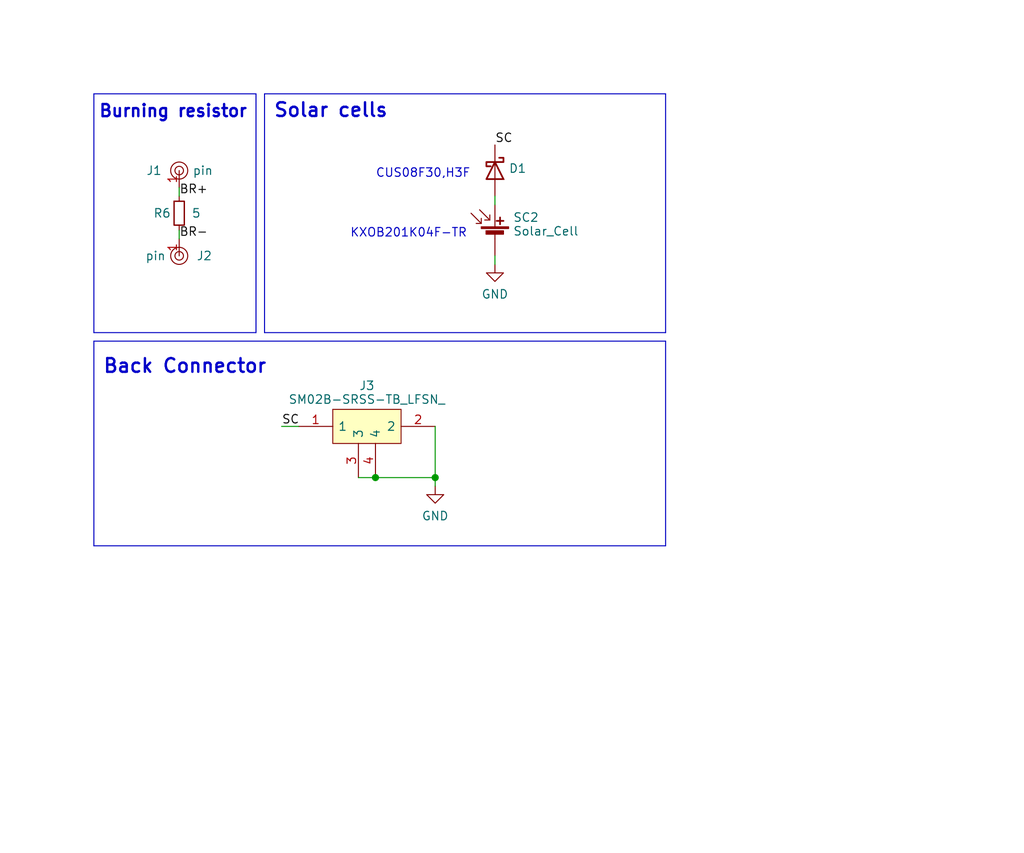
<source format=kicad_sch>
(kicad_sch (version 20230121) (generator eeschema)

  (uuid e63e39d7-6ac0-4ffd-8aa3-1841a4541b55)

  (paper "User" 152.4 127)

  (title_block
    (title "HexSense Svalbard SIDE module")
    (date "2023-05-30")
    (rev "v1")
    (company "MIT Media Lab")
    (comment 1 "Fangzheng Liu")
  )

  (lib_symbols
    (symbol "Device:D_Schottky" (pin_numbers hide) (pin_names (offset 1.016) hide) (in_bom yes) (on_board yes)
      (property "Reference" "D" (at 0 2.54 0)
        (effects (font (size 1.27 1.27)))
      )
      (property "Value" "D_Schottky" (at 0 -2.54 0)
        (effects (font (size 1.27 1.27)))
      )
      (property "Footprint" "" (at 0 0 0)
        (effects (font (size 1.27 1.27)) hide)
      )
      (property "Datasheet" "~" (at 0 0 0)
        (effects (font (size 1.27 1.27)) hide)
      )
      (property "ki_keywords" "diode Schottky" (at 0 0 0)
        (effects (font (size 1.27 1.27)) hide)
      )
      (property "ki_description" "Schottky diode" (at 0 0 0)
        (effects (font (size 1.27 1.27)) hide)
      )
      (property "ki_fp_filters" "TO-???* *_Diode_* *SingleDiode* D_*" (at 0 0 0)
        (effects (font (size 1.27 1.27)) hide)
      )
      (symbol "D_Schottky_0_1"
        (polyline
          (pts
            (xy 1.27 0)
            (xy -1.27 0)
          )
          (stroke (width 0) (type default))
          (fill (type none))
        )
        (polyline
          (pts
            (xy 1.27 1.27)
            (xy 1.27 -1.27)
            (xy -1.27 0)
            (xy 1.27 1.27)
          )
          (stroke (width 0.254) (type default))
          (fill (type none))
        )
        (polyline
          (pts
            (xy -1.905 0.635)
            (xy -1.905 1.27)
            (xy -1.27 1.27)
            (xy -1.27 -1.27)
            (xy -0.635 -1.27)
            (xy -0.635 -0.635)
          )
          (stroke (width 0.254) (type default))
          (fill (type none))
        )
      )
      (symbol "D_Schottky_1_1"
        (pin passive line (at -3.81 0 0) (length 2.54)
          (name "K" (effects (font (size 1.27 1.27))))
          (number "1" (effects (font (size 1.27 1.27))))
        )
        (pin passive line (at 3.81 0 180) (length 2.54)
          (name "A" (effects (font (size 1.27 1.27))))
          (number "2" (effects (font (size 1.27 1.27))))
        )
      )
    )
    (symbol "Device:R_Small" (pin_numbers hide) (pin_names (offset 0.254) hide) (in_bom yes) (on_board yes)
      (property "Reference" "R" (at 0.762 0.508 0)
        (effects (font (size 1.27 1.27)) (justify left))
      )
      (property "Value" "R_Small" (at 0.762 -1.016 0)
        (effects (font (size 1.27 1.27)) (justify left))
      )
      (property "Footprint" "" (at 0 0 0)
        (effects (font (size 1.27 1.27)) hide)
      )
      (property "Datasheet" "~" (at 0 0 0)
        (effects (font (size 1.27 1.27)) hide)
      )
      (property "ki_keywords" "R resistor" (at 0 0 0)
        (effects (font (size 1.27 1.27)) hide)
      )
      (property "ki_description" "Resistor, small symbol" (at 0 0 0)
        (effects (font (size 1.27 1.27)) hide)
      )
      (property "ki_fp_filters" "R_*" (at 0 0 0)
        (effects (font (size 1.27 1.27)) hide)
      )
      (symbol "R_Small_0_1"
        (rectangle (start -0.762 1.778) (end 0.762 -1.778)
          (stroke (width 0.2032) (type default))
          (fill (type none))
        )
      )
      (symbol "R_Small_1_1"
        (pin passive line (at 0 2.54 270) (length 0.762)
          (name "~" (effects (font (size 1.27 1.27))))
          (number "1" (effects (font (size 1.27 1.27))))
        )
        (pin passive line (at 0 -2.54 90) (length 0.762)
          (name "~" (effects (font (size 1.27 1.27))))
          (number "2" (effects (font (size 1.27 1.27))))
        )
      )
    )
    (symbol "Device:Solar_Cell" (pin_numbers hide) (pin_names (offset 0) hide) (in_bom yes) (on_board yes)
      (property "Reference" "SC" (at 2.54 2.54 0)
        (effects (font (size 1.27 1.27)) (justify left))
      )
      (property "Value" "Solar_Cell" (at 2.54 0 0)
        (effects (font (size 1.27 1.27)) (justify left))
      )
      (property "Footprint" "" (at 0 1.524 90)
        (effects (font (size 1.27 1.27)) hide)
      )
      (property "Datasheet" "~" (at 0 1.524 90)
        (effects (font (size 1.27 1.27)) hide)
      )
      (property "ki_keywords" "solar cell" (at 0 0 0)
        (effects (font (size 1.27 1.27)) hide)
      )
      (property "ki_description" "Single solar cell" (at 0 0 0)
        (effects (font (size 1.27 1.27)) hide)
      )
      (symbol "Solar_Cell_0_1"
        (rectangle (start -2.032 1.778) (end 2.032 1.524)
          (stroke (width 0) (type default))
          (fill (type outline))
        )
        (rectangle (start -1.3208 1.1938) (end 1.27 0.6858)
          (stroke (width 0) (type default))
          (fill (type outline))
        )
        (polyline
          (pts
            (xy -2.032 2.286)
            (xy -3.556 3.81)
          )
          (stroke (width 0) (type default))
          (fill (type none))
        )
        (polyline
          (pts
            (xy -0.762 2.794)
            (xy -2.286 4.318)
          )
          (stroke (width 0) (type default))
          (fill (type none))
        )
        (polyline
          (pts
            (xy 0 0.762)
            (xy 0 0)
          )
          (stroke (width 0) (type default))
          (fill (type none))
        )
        (polyline
          (pts
            (xy 0 1.778)
            (xy 0 2.54)
          )
          (stroke (width 0) (type default))
          (fill (type none))
        )
        (polyline
          (pts
            (xy 0.254 2.667)
            (xy 1.27 2.667)
          )
          (stroke (width 0.254) (type default))
          (fill (type none))
        )
        (polyline
          (pts
            (xy 0.762 3.175)
            (xy 0.762 2.159)
          )
          (stroke (width 0.254) (type default))
          (fill (type none))
        )
        (polyline
          (pts
            (xy -2.032 3.048)
            (xy -2.032 2.286)
            (xy -2.794 2.286)
          )
          (stroke (width 0) (type default))
          (fill (type none))
        )
        (polyline
          (pts
            (xy -0.762 3.556)
            (xy -0.762 2.794)
            (xy -1.524 2.794)
          )
          (stroke (width 0) (type default))
          (fill (type none))
        )
      )
      (symbol "Solar_Cell_1_1"
        (pin passive line (at 0 5.08 270) (length 2.54)
          (name "+" (effects (font (size 1.27 1.27))))
          (number "1" (effects (font (size 1.27 1.27))))
        )
        (pin passive line (at 0 -2.54 90) (length 2.54)
          (name "-" (effects (font (size 1.27 1.27))))
          (number "2" (effects (font (size 1.27 1.27))))
        )
      )
    )
    (symbol "Mylib:pin" (pin_names (offset 1.016)) (in_bom yes) (on_board yes)
      (property "Reference" "J" (at 0 0 0)
        (effects (font (size 1.27 1.27)))
      )
      (property "Value" "pin" (at 0 0 0)
        (effects (font (size 1.27 1.27)))
      )
      (property "Footprint" "" (at 0 0 0)
        (effects (font (size 1.27 1.27)) hide)
      )
      (property "Datasheet" "" (at 0 0 0)
        (effects (font (size 1.27 1.27)) hide)
      )
      (symbol "pin_0_1"
        (circle (center 2.54 -1.27) (radius 0.635)
          (stroke (width 0) (type default))
          (fill (type none))
        )
        (circle (center 2.54 -1.27) (radius 1.27)
          (stroke (width 0) (type default))
          (fill (type none))
        )
      )
      (symbol "pin_1_1"
        (pin bidirectional line (at 0 -1.27 0) (length 2.54)
          (name "~" (effects (font (size 1.27 1.27))))
          (number "1" (effects (font (size 1.27 1.27))))
        )
      )
    )
    (symbol "SamacSys_Parts:SM02B-SRSS-TB_LFSN_" (pin_names (offset 0.762)) (in_bom yes) (on_board yes)
      (property "Reference" "J3" (at 10.16 6.0692 0)
        (effects (font (size 1.27 1.27)))
      )
      (property "Value" "SM02B-SRSS-TB_LFSN_" (at 10.16 4.0212 0)
        (effects (font (size 1.27 1.27)))
      )
      (property "Footprint" "SamacSys_Parts:SM02B-SRSS-TB" (at 16.51 2.54 0)
        (effects (font (size 1.27 1.27)) (justify left) hide)
      )
      (property "Datasheet" "" (at 16.51 0 0)
        (effects (font (size 1.27 1.27)) (justify left) hide)
      )
      (property "Height" "" (at 16.51 -5.08 0)
        (effects (font (size 1.27 1.27)) (justify left) hide)
      )
      (property "Description" "2 way side entry SMT header,1mm pitch JST SH Series, 1mm Pitch 2 Way 1 Row Shrouded Right Angle PCB Header, Surface Mount, Solder Termination" (at 16.51 -2.54 0)
        (effects (font (size 1.27 1.27)) (justify left) hide)
      )
      (property "Manufacturer_Name" "JST (JAPAN SOLDERLESS TERMINALS)" (at 16.51 -7.62 0)
        (effects (font (size 1.27 1.27)) (justify left) hide)
      )
      (property "Manufacturer_Part_Number" "SM02B-SRSS-TB(LFSN)" (at 16.51 -10.16 0)
        (effects (font (size 1.27 1.27)) (justify left) hide)
      )
      (property "Mouser Part Number" "" (at 16.51 -12.7 0)
        (effects (font (size 1.27 1.27)) (justify left) hide)
      )
      (property "Mouser Price/Stock" "" (at 16.51 -15.24 0)
        (effects (font (size 1.27 1.27)) (justify left) hide)
      )
      (property "Arrow Part Number" "" (at 16.51 -17.78 0)
        (effects (font (size 1.27 1.27)) (justify left) hide)
      )
      (property "Arrow Price/Stock" "" (at 16.51 -20.32 0)
        (effects (font (size 1.27 1.27)) (justify left) hide)
      )
      (property "ki_description" "2 way side entry SMT header,1mm pitch JST SH Series, 1mm Pitch 2 Way 1 Row Shrouded Right Angle PCB Header, Surface Mount, Solder Termination" (at 0 0 0)
        (effects (font (size 1.27 1.27)) hide)
      )
      (symbol "SM02B-SRSS-TB_LFSN__0_0"
        (pin passive line (at 0 0 0) (length 5.08)
          (name "1" (effects (font (size 1.27 1.27))))
          (number "1" (effects (font (size 1.27 1.27))))
        )
        (pin passive line (at 20.32 0 180) (length 5.08)
          (name "2" (effects (font (size 1.27 1.27))))
          (number "2" (effects (font (size 1.27 1.27))))
        )
      )
      (symbol "SM02B-SRSS-TB_LFSN__1_0"
        (pin passive line (at 8.89 -7.62 90) (length 5.08)
          (name "3" (effects (font (size 1.27 1.27))))
          (number "3" (effects (font (size 1.27 1.27))))
        )
        (pin passive line (at 11.43 -7.62 90) (length 5.08)
          (name "4" (effects (font (size 1.27 1.27))))
          (number "4" (effects (font (size 1.27 1.27))))
        )
      )
      (symbol "SM02B-SRSS-TB_LFSN__1_1"
        (polyline
          (pts
            (xy 5.08 2.54)
            (xy 15.24 2.54)
            (xy 15.24 -2.54)
            (xy 5.08 -2.54)
            (xy 5.08 2.54)
          )
          (stroke (width 0.1524) (type solid))
          (fill (type background))
        )
      )
    )
    (symbol "power:GND" (power) (pin_names (offset 0)) (in_bom yes) (on_board yes)
      (property "Reference" "#PWR" (at 0 -6.35 0)
        (effects (font (size 1.27 1.27)) hide)
      )
      (property "Value" "GND" (at 0 -3.81 0)
        (effects (font (size 1.27 1.27)))
      )
      (property "Footprint" "" (at 0 0 0)
        (effects (font (size 1.27 1.27)) hide)
      )
      (property "Datasheet" "" (at 0 0 0)
        (effects (font (size 1.27 1.27)) hide)
      )
      (property "ki_keywords" "power-flag" (at 0 0 0)
        (effects (font (size 1.27 1.27)) hide)
      )
      (property "ki_description" "Power symbol creates a global label with name \"GND\" , ground" (at 0 0 0)
        (effects (font (size 1.27 1.27)) hide)
      )
      (symbol "GND_0_1"
        (polyline
          (pts
            (xy 0 0)
            (xy 0 -1.27)
            (xy 1.27 -1.27)
            (xy 0 -2.54)
            (xy -1.27 -1.27)
            (xy 0 -1.27)
          )
          (stroke (width 0) (type default))
          (fill (type none))
        )
      )
      (symbol "GND_1_1"
        (pin power_in line (at 0 0 270) (length 0) hide
          (name "GND" (effects (font (size 1.27 1.27))))
          (number "1" (effects (font (size 1.27 1.27))))
        )
      )
    )
  )

  (junction (at 55.88 71.12) (diameter 0) (color 0 0 0 0)
    (uuid 0379bbed-62b0-4081-b1ae-acf4e2410c08)
  )
  (junction (at 64.77 71.12) (diameter 0) (color 0 0 0 0)
    (uuid 4a362419-cd63-443e-8bfc-613b88b452d3)
  )

  (wire (pts (xy 55.88 71.12) (xy 64.77 71.12))
    (stroke (width 0) (type default))
    (uuid 003bd9ea-1261-4c6e-a3a3-27b2f1fa6418)
  )
  (polyline (pts (xy 39.37 13.97) (xy 39.37 49.53))
    (stroke (width 0) (type default))
    (uuid 040374d6-8a5f-438a-a468-250179c695b5)
  )
  (polyline (pts (xy 13.97 50.8) (xy 99.06 50.8))
    (stroke (width 0) (type default))
    (uuid 057e2d98-c86c-4891-b9c4-52609d873ad0)
  )
  (polyline (pts (xy 99.06 50.8) (xy 99.06 81.28))
    (stroke (width 0) (type default))
    (uuid 073406d2-48bd-487d-9848-c6660dfbc679)
  )

  (wire (pts (xy 26.67 27.94) (xy 26.67 29.21))
    (stroke (width 0) (type default))
    (uuid 0e040a72-ce4c-41ec-8517-23e64f4399c2)
  )
  (wire (pts (xy 73.66 38.1) (xy 73.66 39.37))
    (stroke (width 0) (type default))
    (uuid 0efec45a-6c5b-4d38-a218-673d2e5ae0aa)
  )
  (wire (pts (xy 26.67 34.29) (xy 26.67 35.56))
    (stroke (width 0) (type default))
    (uuid 19691a16-6427-4156-bdff-e2ce1d9d08e2)
  )
  (polyline (pts (xy 13.97 13.97) (xy 38.1 13.97))
    (stroke (width 0) (type default))
    (uuid 2017b8b7-6ab1-4df4-8562-c538cd63e3fd)
  )
  (polyline (pts (xy 13.97 81.28) (xy 13.97 50.8))
    (stroke (width 0) (type default))
    (uuid 22b08116-5afc-4998-bb8e-357457ea1721)
  )

  (wire (pts (xy 73.66 29.21) (xy 73.66 30.48))
    (stroke (width 0) (type default))
    (uuid 2caeed9a-3cd1-4c3b-b4af-d49de3d46384)
  )
  (wire (pts (xy 64.77 71.12) (xy 64.77 63.5))
    (stroke (width 0) (type default))
    (uuid 4ef46829-aca2-4860-a27a-c9bb0bcfd187)
  )
  (wire (pts (xy 64.77 72.39) (xy 64.77 71.12))
    (stroke (width 0) (type default))
    (uuid 628015d7-5c82-4a1b-b85c-d93e764d4440)
  )
  (polyline (pts (xy 38.1 49.53) (xy 13.97 49.53))
    (stroke (width 0) (type default))
    (uuid 688de66d-a453-40de-b04d-a920f55701ea)
  )

  (wire (pts (xy 41.91 63.5) (xy 44.45 63.5))
    (stroke (width 0) (type default))
    (uuid 6ca2660a-f3f6-4c67-b13c-7dd07cfba557)
  )
  (wire (pts (xy 53.34 71.12) (xy 55.88 71.12))
    (stroke (width 0) (type default))
    (uuid 79d404cc-34a9-4ab0-8926-9f447ec11fbb)
  )
  (polyline (pts (xy 39.37 49.53) (xy 99.06 49.53))
    (stroke (width 0) (type default))
    (uuid 7e84fa96-ccf4-4354-aaca-500f40facb0f)
  )
  (polyline (pts (xy 13.97 13.97) (xy 13.97 49.53))
    (stroke (width 0) (type default))
    (uuid 7ed8c1e4-8c5e-40c7-bd17-217b24f43be8)
  )
  (polyline (pts (xy 99.06 81.28) (xy 13.97 81.28))
    (stroke (width 0) (type default))
    (uuid 972e25b4-83c2-4b04-971c-eb758075827b)
  )
  (polyline (pts (xy 39.37 13.97) (xy 99.06 13.97))
    (stroke (width 0) (type default))
    (uuid af3b630f-e6e5-467a-9980-fde7c028a67a)
  )
  (polyline (pts (xy 99.06 13.97) (xy 99.06 49.53))
    (stroke (width 0) (type default))
    (uuid b2540a74-9cf1-4081-aa5c-a221a61ffb1a)
  )
  (polyline (pts (xy 38.1 13.97) (xy 38.1 49.53))
    (stroke (width 0) (type default))
    (uuid ba4305f2-8b7c-428b-b7c9-a950afe81ca0)
  )

  (text "Burning resistor" (at 14.605 17.78 0)
    (effects (font (size 1.8 1.8) (thickness 0.3556) bold) (justify left bottom))
    (uuid 17a7a170-7326-4aba-9aef-7fda98913b81)
  )
  (text "Back Connector" (at 15.24 55.88 0)
    (effects (font (size 2.032 2.032) (thickness 0.3556) bold) (justify left bottom))
    (uuid 37f8578b-fd20-41c9-8c10-6fe7f2970dbf)
  )
  (text "KXOB201K04F-TR" (at 52.07 35.56 0)
    (effects (font (size 1.27 1.27)) (justify left bottom))
    (uuid 464062f7-5f53-4b11-ae67-f6c769e86e3b)
  )
  (text "Solar cells" (at 40.64 17.78 0)
    (effects (font (size 2.032 2.032) (thickness 0.3556) bold) (justify left bottom))
    (uuid 5ba59e36-3a12-49f2-9e51-06bf26bf8852)
  )
  (text "\nCUS08F30,H3F" (at 55.88 26.67 0)
    (effects (font (size 1.27 1.27)) (justify left bottom))
    (uuid acc67f09-51c8-48f8-8f4a-e13fe2143aff)
  )

  (label "SC" (at 73.66 21.59 0) (fields_autoplaced)
    (effects (font (size 1.27 1.27)) (justify left bottom))
    (uuid 30543453-e2dd-488b-9101-2abbf1eae10d)
  )
  (label "BR-" (at 26.67 35.56 0) (fields_autoplaced)
    (effects (font (size 1.27 1.27)) (justify left bottom))
    (uuid 4012614b-fdbe-4444-bcd2-debb7aff8d10)
  )
  (label "BR+" (at 26.67 29.21 0) (fields_autoplaced)
    (effects (font (size 1.27 1.27)) (justify left bottom))
    (uuid 41725950-c523-4b46-ab0a-fbb3da02ceb2)
  )
  (label "SC" (at 41.91 63.5 0) (fields_autoplaced)
    (effects (font (size 1.27 1.27)) (justify left bottom))
    (uuid 730c34e1-9f3f-44db-8b08-98a06f1f6bd9)
  )

  (symbol (lib_id "Device:Solar_Cell") (at 73.66 35.56 0) (unit 1)
    (in_bom yes) (on_board yes) (dnp no) (fields_autoplaced)
    (uuid 2896d79f-422a-4862-9179-d1402394ea11)
    (property "Reference" "SC2" (at 76.327 32.377 0)
      (effects (font (size 1.27 1.27)) (justify left))
    )
    (property "Value" "Solar_Cell" (at 76.327 34.425 0)
      (effects (font (size 1.27 1.27)) (justify left))
    )
    (property "Footprint" "Mylib:KXOB201K04F-TR" (at 73.66 34.036 90)
      (effects (font (size 1.27 1.27)) hide)
    )
    (property "Datasheet" "~" (at 73.66 34.036 90)
      (effects (font (size 1.27 1.27)) hide)
    )
    (pin "1" (uuid af3292ac-18a2-4817-a858-0755394db7c5))
    (pin "2" (uuid 104a2fc9-c609-4911-9390-942cb404d4cd))
    (instances
      (project "SIDE"
        (path "/e63e39d7-6ac0-4ffd-8aa3-1841a4541b55"
          (reference "SC2") (unit 1)
        )
      )
    )
  )

  (symbol (lib_id "power:GND") (at 73.66 39.37 0) (unit 1)
    (in_bom yes) (on_board yes) (dnp no) (fields_autoplaced)
    (uuid 3770ba68-c7c6-45ad-826d-db036d9e32be)
    (property "Reference" "#PWR06" (at 73.66 45.72 0)
      (effects (font (size 1.27 1.27)) hide)
    )
    (property "Value" "GND" (at 73.66 43.8134 0)
      (effects (font (size 1.27 1.27)))
    )
    (property "Footprint" "" (at 73.66 39.37 0)
      (effects (font (size 1.27 1.27)) hide)
    )
    (property "Datasheet" "" (at 73.66 39.37 0)
      (effects (font (size 1.27 1.27)) hide)
    )
    (pin "1" (uuid 8060e7e7-bc98-4bd7-8013-80393798a158))
    (instances
      (project "SIDE"
        (path "/e63e39d7-6ac0-4ffd-8aa3-1841a4541b55"
          (reference "#PWR06") (unit 1)
        )
      )
    )
  )

  (symbol (lib_id "Mylib:pin") (at 25.4 27.94 90) (unit 1)
    (in_bom yes) (on_board yes) (dnp no)
    (uuid 3e6d5031-8b82-48a1-8374-7f197b456dd6)
    (property "Reference" "J1" (at 24.13 25.4 90)
      (effects (font (size 1.27 1.27)) (justify left))
    )
    (property "Value" "pin" (at 31.75 25.4 90)
      (effects (font (size 1.27 1.27)) (justify left))
    )
    (property "Footprint" "Mylib:1_pin_SMD_1mmx1mm" (at 25.4 27.94 0)
      (effects (font (size 1.27 1.27)) hide)
    )
    (property "Datasheet" "" (at 25.4 27.94 0)
      (effects (font (size 1.27 1.27)) hide)
    )
    (pin "1" (uuid 25dd575d-b75b-4526-ac5b-61185e9cb67b))
    (instances
      (project "SIDE"
        (path "/e63e39d7-6ac0-4ffd-8aa3-1841a4541b55"
          (reference "J1") (unit 1)
        )
      )
    )
  )

  (symbol (lib_id "SamacSys_Parts:SM02B-SRSS-TB_LFSN_") (at 44.45 63.5 0) (unit 1)
    (in_bom yes) (on_board yes) (dnp no) (fields_autoplaced)
    (uuid 852ccd88-bb91-4260-a5a3-dbb735833e77)
    (property "Reference" "J3" (at 54.61 57.4308 0)
      (effects (font (size 1.27 1.27)))
    )
    (property "Value" "SM02B-SRSS-TB_LFSN_" (at 54.61 59.4788 0)
      (effects (font (size 1.27 1.27)))
    )
    (property "Footprint" "SamacSys_Parts:SM02B-SRSS-TB" (at 60.96 60.96 0)
      (effects (font (size 1.27 1.27)) (justify left) hide)
    )
    (property "Datasheet" "" (at 60.96 63.5 0)
      (effects (font (size 1.27 1.27)) (justify left) hide)
    )
    (property "Description" "2 way side entry SMT header,1mm pitch JST SH Series, 1mm Pitch 2 Way 1 Row Shrouded Right Angle PCB Header, Surface Mount, Solder Termination" (at 60.96 66.04 0)
      (effects (font (size 1.27 1.27)) (justify left) hide)
    )
    (property "Height" "" (at 60.96 68.58 0)
      (effects (font (size 1.27 1.27)) (justify left) hide)
    )
    (property "Manufacturer_Name" "JST (JAPAN SOLDERLESS TERMINALS)" (at 60.96 71.12 0)
      (effects (font (size 1.27 1.27)) (justify left) hide)
    )
    (property "Manufacturer_Part_Number" "SM02B-SRSS-TB(LFSN)" (at 60.96 73.66 0)
      (effects (font (size 1.27 1.27)) (justify left) hide)
    )
    (property "Mouser Part Number" "" (at 60.96 76.2 0)
      (effects (font (size 1.27 1.27)) (justify left) hide)
    )
    (property "Mouser Price/Stock" "" (at 60.96 78.74 0)
      (effects (font (size 1.27 1.27)) (justify left) hide)
    )
    (property "Arrow Part Number" "" (at 60.96 81.28 0)
      (effects (font (size 1.27 1.27)) (justify left) hide)
    )
    (property "Arrow Price/Stock" "" (at 60.96 83.82 0)
      (effects (font (size 1.27 1.27)) (justify left) hide)
    )
    (pin "1" (uuid b0527827-c02a-4742-b38c-74fea1aa2500))
    (pin "2" (uuid 0ae9f05d-68cc-4982-af46-49595f589969))
    (pin "3" (uuid 529f6619-4624-4b56-b5b2-61b9a211dd9a))
    (pin "4" (uuid 8c180e11-f96a-4cb1-b5c0-e83ccd060995))
    (instances
      (project "SIDE"
        (path "/e63e39d7-6ac0-4ffd-8aa3-1841a4541b55"
          (reference "J3") (unit 1)
        )
      )
    )
  )

  (symbol (lib_id "Device:D_Schottky") (at 73.66 25.4 270) (unit 1)
    (in_bom yes) (on_board yes) (dnp no) (fields_autoplaced)
    (uuid d5f3e79e-9c39-4c92-89aa-6e7f74c98394)
    (property "Reference" "D1" (at 75.692 25.0825 90)
      (effects (font (size 1.27 1.27)) (justify left))
    )
    (property "Value" "D_Schottky" (at 71.628 24.0585 90)
      (effects (font (size 1.27 1.27)) (justify right) hide)
    )
    (property "Footprint" "Diode_SMD:D_0805_2012Metric_Pad1.15x1.40mm_HandSolder" (at 73.66 25.4 0)
      (effects (font (size 1.27 1.27)) hide)
    )
    (property "Datasheet" "~" (at 73.66 25.4 0)
      (effects (font (size 1.27 1.27)) hide)
    )
    (pin "1" (uuid 0283666e-6c6a-45f4-8eea-32a629e72c29))
    (pin "2" (uuid 624a4c96-4cf6-45c1-939b-6134141123a0))
    (instances
      (project "SIDE"
        (path "/e63e39d7-6ac0-4ffd-8aa3-1841a4541b55"
          (reference "D1") (unit 1)
        )
      )
    )
  )

  (symbol (lib_id "Device:R_Small") (at 26.67 31.75 0) (unit 1)
    (in_bom yes) (on_board yes) (dnp no)
    (uuid d8228a18-09f7-467a-a9ac-f2dedeeabe6a)
    (property "Reference" "R6" (at 24.13 31.75 0)
      (effects (font (size 1.27 1.27)))
    )
    (property "Value" "5" (at 29.21 31.75 0)
      (effects (font (size 1.27 1.27)))
    )
    (property "Footprint" "Resistor_THT:R_Axial_DIN0207_L6.3mm_D2.5mm_P10.16mm_Horizontal" (at 26.67 31.75 0)
      (effects (font (size 1.27 1.27)) hide)
    )
    (property "Datasheet" "~" (at 26.67 31.75 0)
      (effects (font (size 1.27 1.27)) hide)
    )
    (pin "1" (uuid 80289f7b-068f-4006-ba81-09c3172acf6c))
    (pin "2" (uuid f67e25f0-6677-489b-9e74-8c5a5350bc6a))
    (instances
      (project "SIDE"
        (path "/e63e39d7-6ac0-4ffd-8aa3-1841a4541b55"
          (reference "R6") (unit 1)
        )
      )
    )
  )

  (symbol (lib_id "Mylib:pin") (at 27.94 35.56 270) (unit 1)
    (in_bom yes) (on_board yes) (dnp no)
    (uuid e38023af-3bdc-4602-9c3e-dcf2082d958d)
    (property "Reference" "J2" (at 29.21 38.1 90)
      (effects (font (size 1.27 1.27)) (justify left))
    )
    (property "Value" "pin" (at 21.59 38.1 90)
      (effects (font (size 1.27 1.27)) (justify left))
    )
    (property "Footprint" "Mylib:1_pin_SMD_1mmx1mm" (at 27.94 35.56 0)
      (effects (font (size 1.27 1.27)) hide)
    )
    (property "Datasheet" "" (at 27.94 35.56 0)
      (effects (font (size 1.27 1.27)) hide)
    )
    (pin "1" (uuid 9e80d6b7-d9a5-4459-9fd4-b3b700f3fe82))
    (instances
      (project "SIDE"
        (path "/e63e39d7-6ac0-4ffd-8aa3-1841a4541b55"
          (reference "J2") (unit 1)
        )
      )
    )
  )

  (symbol (lib_id "power:GND") (at 64.77 72.39 0) (unit 1)
    (in_bom yes) (on_board yes) (dnp no) (fields_autoplaced)
    (uuid f4067e4f-bcab-4d19-bdc2-2916e88ef135)
    (property "Reference" "#PWR0119" (at 64.77 78.74 0)
      (effects (font (size 1.27 1.27)) hide)
    )
    (property "Value" "GND" (at 64.77 76.8334 0)
      (effects (font (size 1.27 1.27)))
    )
    (property "Footprint" "" (at 64.77 72.39 0)
      (effects (font (size 1.27 1.27)) hide)
    )
    (property "Datasheet" "" (at 64.77 72.39 0)
      (effects (font (size 1.27 1.27)) hide)
    )
    (pin "1" (uuid e3e16f0a-c78e-4cc8-838b-454aa3d1b0f6))
    (instances
      (project "SIDE"
        (path "/e63e39d7-6ac0-4ffd-8aa3-1841a4541b55"
          (reference "#PWR0119") (unit 1)
        )
      )
    )
  )

  (sheet_instances
    (path "/" (page "1"))
  )
)

</source>
